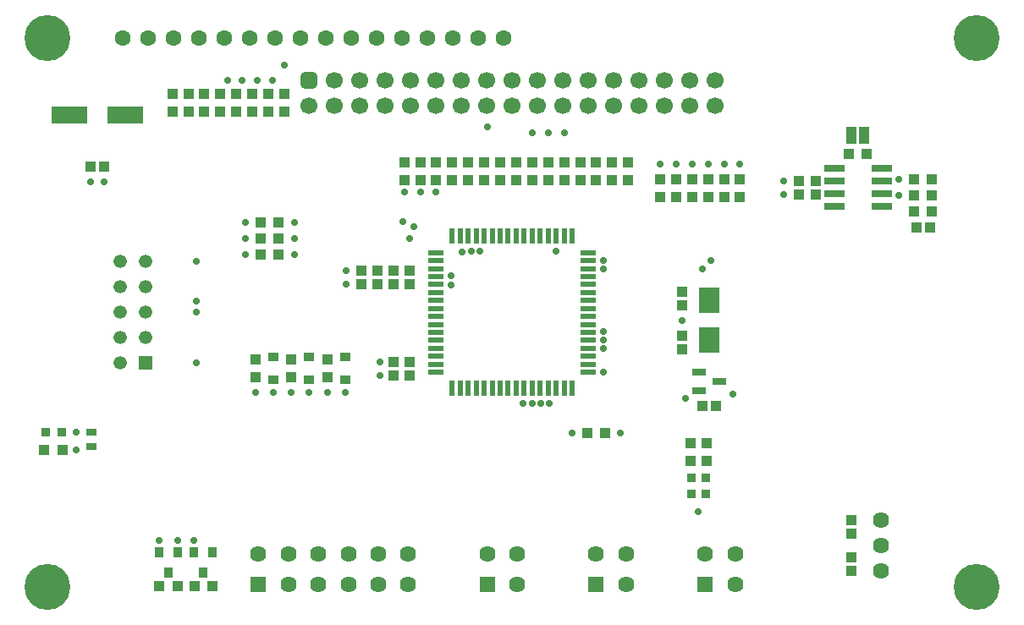
<source format=gts>
G04*
G04 #@! TF.GenerationSoftware,Altium Limited,Altium Designer,23.8.1 (32)*
G04*
G04 Layer_Color=8388736*
%FSLAX25Y25*%
%MOIN*%
G70*
G04*
G04 #@! TF.SameCoordinates,BF2EEF1A-6A82-4CD2-B880-65E340770DF0*
G04*
G04*
G04 #@! TF.FilePolarity,Negative*
G04*
G01*
G75*
%ADD12C,0.00394*%
%ADD19R,0.03937X0.03543*%
%ADD32R,0.14173X0.06693*%
%ADD33R,0.04331X0.03937*%
%ADD34R,0.03543X0.03543*%
%ADD35R,0.03937X0.04331*%
%ADD36R,0.05394X0.02594*%
%ADD37R,0.08268X0.09843*%
%ADD38R,0.03543X0.03937*%
%ADD39R,0.03937X0.03150*%
%ADD40R,0.08194X0.02594*%
%ADD41R,0.06194X0.02394*%
%ADD42R,0.02394X0.06194*%
%ADD43R,0.03937X0.06890*%
%ADD44R,0.03543X0.03543*%
%ADD45C,0.18110*%
%ADD46C,0.06693*%
G04:AMPARAMS|DCode=47|XSize=66.93mil|YSize=66.93mil|CornerRadius=17.72mil|HoleSize=0mil|Usage=FLASHONLY|Rotation=0.000|XOffset=0mil|YOffset=0mil|HoleType=Round|Shape=RoundedRectangle|*
%AMROUNDEDRECTD47*
21,1,0.06693,0.03150,0,0,0.0*
21,1,0.03150,0.06693,0,0,0.0*
1,1,0.03543,0.01575,-0.01575*
1,1,0.03543,-0.01575,-0.01575*
1,1,0.03543,-0.01575,0.01575*
1,1,0.03543,0.01575,0.01575*
%
%ADD47ROUNDEDRECTD47*%
%ADD48C,0.14173*%
%ADD49C,0.06299*%
%ADD50C,0.06394*%
%ADD51R,0.06394X0.06394*%
%ADD52C,0.05276*%
%ADD53R,0.05276X0.05276*%
%ADD54C,0.02756*%
D12*
X120472Y65905D02*
D03*
X203150D02*
D03*
X331890D02*
D03*
X296457D02*
D03*
X288976D02*
D03*
X253543D02*
D03*
X246063D02*
D03*
X210630D02*
D03*
D19*
X166535Y130905D02*
D03*
Y139961D02*
D03*
X152362Y130905D02*
D03*
Y139961D02*
D03*
X138189Y130905D02*
D03*
Y139961D02*
D03*
D32*
X57874Y235433D02*
D03*
X79921D02*
D03*
D33*
X133071Y180315D02*
D03*
X140157D02*
D03*
X299213Y143110D02*
D03*
Y148425D02*
D03*
Y165551D02*
D03*
Y160236D02*
D03*
X268898Y109843D02*
D03*
X261811D02*
D03*
X114173Y49606D02*
D03*
X107087D02*
D03*
X133071Y192913D02*
D03*
X140157D02*
D03*
Y186614D02*
D03*
X133071D02*
D03*
X100394Y49606D02*
D03*
X93307D02*
D03*
X364961Y220079D02*
D03*
X372047D02*
D03*
X390551Y209842D02*
D03*
X397638D02*
D03*
Y197244D02*
D03*
X390551D02*
D03*
X397638Y203543D02*
D03*
X390551D02*
D03*
X55118Y103150D02*
D03*
X48031D02*
D03*
X345276Y204035D02*
D03*
Y209350D02*
D03*
X351788Y204035D02*
D03*
Y209350D02*
D03*
X365748Y55748D02*
D03*
Y61063D02*
D03*
Y70433D02*
D03*
Y75748D02*
D03*
X191732Y132776D02*
D03*
Y138091D02*
D03*
X185433Y132776D02*
D03*
Y138091D02*
D03*
X191732Y168504D02*
D03*
Y173819D02*
D03*
X185433Y168504D02*
D03*
Y173819D02*
D03*
X179134Y168504D02*
D03*
Y173819D02*
D03*
X172835Y168504D02*
D03*
Y173819D02*
D03*
D34*
X308661Y92224D02*
D03*
Y85925D02*
D03*
X302756Y92224D02*
D03*
Y85925D02*
D03*
D35*
X312500Y120472D02*
D03*
X307185D02*
D03*
X302559Y98917D02*
D03*
Y106004D02*
D03*
X308858Y98917D02*
D03*
Y106004D02*
D03*
X159449Y138976D02*
D03*
Y131890D02*
D03*
X145276Y138976D02*
D03*
Y131890D02*
D03*
X131102Y138976D02*
D03*
Y131890D02*
D03*
X296850Y210039D02*
D03*
Y202953D02*
D03*
X290551D02*
D03*
Y210039D02*
D03*
X303150Y202953D02*
D03*
Y210039D02*
D03*
X265354Y209646D02*
D03*
Y216732D02*
D03*
X315748Y202953D02*
D03*
Y210039D02*
D03*
X259055Y216732D02*
D03*
Y209646D02*
D03*
X309449Y202953D02*
D03*
Y210039D02*
D03*
X252756Y216732D02*
D03*
Y209646D02*
D03*
X322047Y210039D02*
D03*
Y202953D02*
D03*
X246457Y216732D02*
D03*
Y209646D02*
D03*
X233858D02*
D03*
Y216732D02*
D03*
X240158D02*
D03*
Y209646D02*
D03*
X129921Y243701D02*
D03*
Y236614D02*
D03*
X227559Y209646D02*
D03*
Y216732D02*
D03*
X221260Y209646D02*
D03*
Y216732D02*
D03*
X142520Y243701D02*
D03*
Y236614D02*
D03*
X208661Y216732D02*
D03*
Y209646D02*
D03*
X136221Y243701D02*
D03*
Y236614D02*
D03*
X196063Y216732D02*
D03*
Y209646D02*
D03*
X202362Y216732D02*
D03*
Y209646D02*
D03*
X123622Y243701D02*
D03*
Y236614D02*
D03*
X189764Y216732D02*
D03*
Y209646D02*
D03*
X98425Y243701D02*
D03*
Y236614D02*
D03*
X104724Y243701D02*
D03*
Y236614D02*
D03*
X111024Y243701D02*
D03*
Y236614D02*
D03*
X214961Y209646D02*
D03*
Y216732D02*
D03*
X117323Y236614D02*
D03*
Y243701D02*
D03*
X271654Y209646D02*
D03*
Y216732D02*
D03*
X277953Y209646D02*
D03*
Y216732D02*
D03*
X391437Y190945D02*
D03*
X396752D02*
D03*
X71555Y214961D02*
D03*
X66240D02*
D03*
D36*
X305743Y134015D02*
D03*
X313943Y130315D02*
D03*
X305743Y126615D02*
D03*
D37*
X309842Y146457D02*
D03*
Y162205D02*
D03*
D38*
X114370Y62992D02*
D03*
X106890D02*
D03*
X110630Y55118D02*
D03*
X100591Y62992D02*
D03*
X93110D02*
D03*
X96850Y55118D02*
D03*
D39*
X66535Y104724D02*
D03*
Y110236D02*
D03*
D40*
X359204Y204193D02*
D03*
Y209193D02*
D03*
X377804Y214193D02*
D03*
Y209193D02*
D03*
Y204193D02*
D03*
Y199193D02*
D03*
X359204D02*
D03*
Y214193D02*
D03*
D41*
X262283Y146480D02*
D03*
X202284Y171680D02*
D03*
Y133880D02*
D03*
X262283Y149580D02*
D03*
X202284Y168480D02*
D03*
Y136980D02*
D03*
Y143280D02*
D03*
Y146480D02*
D03*
Y149580D02*
D03*
Y152780D02*
D03*
Y155880D02*
D03*
Y159080D02*
D03*
Y162180D02*
D03*
Y165380D02*
D03*
Y174780D02*
D03*
Y177980D02*
D03*
Y181080D02*
D03*
X262283D02*
D03*
Y177980D02*
D03*
Y174780D02*
D03*
Y171680D02*
D03*
Y168480D02*
D03*
Y165380D02*
D03*
Y162180D02*
D03*
Y159080D02*
D03*
Y155880D02*
D03*
Y152780D02*
D03*
Y143280D02*
D03*
Y140180D02*
D03*
Y136980D02*
D03*
X202284Y140180D02*
D03*
X262283Y133880D02*
D03*
D42*
X208683Y187480D02*
D03*
X211784D02*
D03*
X214984D02*
D03*
X218084D02*
D03*
X221284D02*
D03*
X224383D02*
D03*
X227584D02*
D03*
X230683D02*
D03*
X233884D02*
D03*
X236983D02*
D03*
X240183D02*
D03*
X243284D02*
D03*
X246483D02*
D03*
X249584D02*
D03*
X252783D02*
D03*
X255884D02*
D03*
X249584Y127480D02*
D03*
X246483D02*
D03*
X243284D02*
D03*
X240183D02*
D03*
X236983D02*
D03*
X224383D02*
D03*
X221284D02*
D03*
X218084D02*
D03*
X214984D02*
D03*
X211784D02*
D03*
X208683D02*
D03*
X233884D02*
D03*
X227584D02*
D03*
X230683D02*
D03*
X255884D02*
D03*
X252783D02*
D03*
D43*
X366004Y227165D02*
D03*
X371004D02*
D03*
D44*
X54724Y110236D02*
D03*
X48425D02*
D03*
D45*
X49213Y265748D02*
D03*
X415354Y49213D02*
D03*
Y265748D02*
D03*
X49213Y49213D02*
D03*
D46*
X252284Y249095D02*
D03*
X242284D02*
D03*
X232283D02*
D03*
X302284Y239094D02*
D03*
X292284D02*
D03*
X282283D02*
D03*
X272284D02*
D03*
X292284Y249095D02*
D03*
X282283D02*
D03*
X272284D02*
D03*
X262283Y239094D02*
D03*
Y249095D02*
D03*
X212283Y239094D02*
D03*
Y249095D02*
D03*
X202284Y239094D02*
D03*
X192283D02*
D03*
X202284Y249095D02*
D03*
X192283D02*
D03*
X182283Y239094D02*
D03*
Y249095D02*
D03*
X172283Y239094D02*
D03*
Y249095D02*
D03*
X162284Y239094D02*
D03*
Y249095D02*
D03*
X222284Y239094D02*
D03*
X232283D02*
D03*
X242284D02*
D03*
X252284D02*
D03*
X152284D02*
D03*
X302284Y249095D02*
D03*
X312283D02*
D03*
Y239094D02*
D03*
X222284Y249095D02*
D03*
D47*
X152284D02*
D03*
D48*
X49213Y265748D02*
D03*
Y49213D02*
D03*
X415354D02*
D03*
Y265748D02*
D03*
D49*
X98740D02*
D03*
X108740D02*
D03*
X118740D02*
D03*
X128740D02*
D03*
X138740D02*
D03*
X148740D02*
D03*
X158740D02*
D03*
X168740D02*
D03*
X178740D02*
D03*
X188740D02*
D03*
X198740D02*
D03*
X208740D02*
D03*
X218740D02*
D03*
X228740D02*
D03*
X78740D02*
D03*
X88740D02*
D03*
D50*
X191339Y50394D02*
D03*
Y62205D02*
D03*
X179528D02*
D03*
Y50394D02*
D03*
X144095D02*
D03*
X155905D02*
D03*
X167717D02*
D03*
X132283Y62205D02*
D03*
X167717D02*
D03*
X155905D02*
D03*
X144095D02*
D03*
X320079D02*
D03*
X308268D02*
D03*
X320079Y50394D02*
D03*
X277165Y62205D02*
D03*
X265354D02*
D03*
X277165Y50394D02*
D03*
X234252Y62205D02*
D03*
X222441D02*
D03*
X234252Y50394D02*
D03*
X377453Y55748D02*
D03*
Y65748D02*
D03*
Y75748D02*
D03*
D51*
X132283Y50394D02*
D03*
X308268D02*
D03*
X265354D02*
D03*
X222441D02*
D03*
D52*
X77953Y147480D02*
D03*
X87953Y167480D02*
D03*
X77953Y177480D02*
D03*
Y137480D02*
D03*
X87953Y147480D02*
D03*
Y157480D02*
D03*
X77953D02*
D03*
Y167480D02*
D03*
X87953Y177480D02*
D03*
D53*
Y137480D02*
D03*
D54*
X222441Y230709D02*
D03*
X249606Y181496D02*
D03*
X252756Y228346D02*
D03*
X246457D02*
D03*
X240158D02*
D03*
X142520Y255118D02*
D03*
X137795Y248819D02*
D03*
X125984D02*
D03*
X120079D02*
D03*
X131890D02*
D03*
X107874Y157480D02*
D03*
Y137480D02*
D03*
Y162098D02*
D03*
Y177480D02*
D03*
X216093Y181545D02*
D03*
X212549Y181447D02*
D03*
X193701Y191339D02*
D03*
X191847Y186646D02*
D03*
X146457Y192913D02*
D03*
X219685Y181496D02*
D03*
X146457Y180315D02*
D03*
Y186614D02*
D03*
X189370Y193307D02*
D03*
X196063Y205118D02*
D03*
X189764D02*
D03*
X202362D02*
D03*
X319291Y125394D02*
D03*
X300394Y123544D02*
D03*
X268189Y178063D02*
D03*
Y174697D02*
D03*
X299213Y154331D02*
D03*
X305709Y79035D02*
D03*
X274803Y109843D02*
D03*
X255906D02*
D03*
X236689Y121575D02*
D03*
X93110Y67716D02*
D03*
X100591D02*
D03*
X106890D02*
D03*
X268189Y133880D02*
D03*
X127165Y180315D02*
D03*
X180315Y132776D02*
D03*
X208189Y168347D02*
D03*
Y171815D02*
D03*
X268189Y143280D02*
D03*
X152362Y125984D02*
D03*
X127165Y192913D02*
D03*
Y186614D02*
D03*
X159449Y125984D02*
D03*
X145276D02*
D03*
X131102D02*
D03*
X166535D02*
D03*
X138189D02*
D03*
X166929Y168504D02*
D03*
Y173819D02*
D03*
X180315Y138091D02*
D03*
X384646Y203543D02*
D03*
Y209842D02*
D03*
X71555Y209055D02*
D03*
X60630Y103150D02*
D03*
X268189Y146646D02*
D03*
X339370Y204035D02*
D03*
X66240Y209055D02*
D03*
X60630Y110236D02*
D03*
X339370Y209350D02*
D03*
X268189Y150008D02*
D03*
X310453Y178063D02*
D03*
X307087Y174697D02*
D03*
X240051Y121575D02*
D03*
X246779D02*
D03*
X243417D02*
D03*
X322047Y215945D02*
D03*
X315748D02*
D03*
X309449D02*
D03*
X303150D02*
D03*
X296850D02*
D03*
X290551D02*
D03*
M02*

</source>
